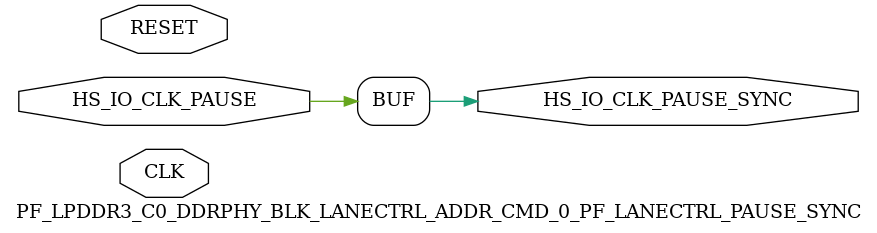
<source format=v>


module PF_LPDDR3_C0_DDRPHY_BLK_LANECTRL_ADDR_CMD_0_PF_LANECTRL_PAUSE_SYNC( CLK, RESET, HS_IO_CLK_PAUSE, HS_IO_CLK_PAUSE_SYNC );
	
	input CLK, RESET, HS_IO_CLK_PAUSE;
	output HS_IO_CLK_PAUSE_SYNC;

	parameter ENABLE_PAUSE_EXTENSION = 2'b00;

	reg pause_reg_0, pause_reg_1, pause;
	wire pause_sync_0_i;

	generate 
		if( ENABLE_PAUSE_EXTENSION == 3'b000 ) begin : feed
			assign HS_IO_CLK_PAUSE_SYNC = HS_IO_CLK_PAUSE;
		end else if( ENABLE_PAUSE_EXTENSION == 3'b001 ) begin : pipe
			(* HS_IO_CLK_PAUSE_SYNC = 1, syn_keep = 1 *) SLE pause_sync_0(
				.CLK( CLK ),
				.D( HS_IO_CLK_PAUSE ),
				.Q( pause_sync_0_i ),
				.LAT( 1'b0 ),
				.EN( 1'b1 ),
				.ALn( ~RESET ),
				.ADn( 1'b1 ),
				.SLn( 1'b1 ),
				.SD( 1'b0 )
				);

			(* HS_IO_CLK_PAUSE_SYNC = 1, syn_keep = 1 *) SLE pause_sync (
				.CLK( CLK ),
				.D( pause_sync_0_i ),
				.Q( HS_IO_CLK_PAUSE_SYNC ),
				.LAT( 1'b0 ),
				.EN( 1'b1 ),
				.ALn( ~RESET ),
				.ADn( 1'b1 ),
				.SLn( 1'b1 ),
				.SD( 1'b0 )
				);
		end else if ( ENABLE_PAUSE_EXTENSION == 3'b010 ) begin : ext_pipe
			always @(posedge CLK or posedge RESET) begin : ext
				if( RESET == 1'b1 ) begin
					pause_reg_0 <= 1'b0;
					pause_reg_1 <= 1'b0;
					pause <= 1'b0;
				end else begin
					pause_reg_0 <= HS_IO_CLK_PAUSE;
					pause_reg_1 <= pause_reg_0;
					if( HS_IO_CLK_PAUSE == 1'b0 && pause_reg_0 ==1'b1 && pause_reg_1 == 1'b0 )
						pause <= 1'b1; // Extend by 1 cycle if the pulse is less than a cycle
					else
						pause <= HS_IO_CLK_PAUSE;
				end
			end

			(* HS_IO_CLK_PAUSE_SYNC = 1, syn_keep = 1 *) SLE pause_sync (
				.CLK( CLK ),
				.D( pause ),
				.Q( HS_IO_CLK_PAUSE_SYNC ),
				.LAT( 1'b0 ),
				.EN( 1'b1 ),
				.ALn( ~RESET ),
				.ADn( 1'b1 ),
				.SLn( 1'b1 ),
				.SD( 1'b0 )
				);
		end else if ( ENABLE_PAUSE_EXTENSION == 3'b011 ) begin : pipe_fall 
			(* HS_IO_CLK_PAUSE_SYNC = 1, syn_keep = 1 *) SLE pause_sync_0 (
				.CLK( CLK ),
				.D( HS_IO_CLK_PAUSE ),
				.Q( pause_sync_0_i ),
				.LAT( 1'b0 ),
				.EN( 1'b1 ),
				.ALn( ~RESET ),
				.ADn( 1'b1 ),
				.SLn( 1'b1 ),
				.SD( 1'b0 )
				);

			(* HS_IO_CLK_PAUSE_SYNC = 1, syn_keep = 1 *) SLE pause_sync (
				.CLK( ~CLK ),
				.D( pause_sync_0_i ),
				.Q( HS_IO_CLK_PAUSE_SYNC ),
				.LAT( 1'b0 ),
				.EN( 1'b1 ),
				.ALn( ~RESET ),
				.ADn( 1'b1 ),
				.SLn( 1'b1 ),
				.SD( 1'b0 )
				);
		end else if ( ENABLE_PAUSE_EXTENSION == 3'b100 ) begin : ext_pipe_fall 
			always @(posedge CLK or posedge RESET) begin : ext
				if( RESET == 1'b1 ) begin
					pause_reg_0 <= 1'b0;
					pause_reg_1 <= 1'b0;
					pause <= 1'b0;
				end else begin
					pause_reg_0 <= HS_IO_CLK_PAUSE;
					pause_reg_1 <= pause_reg_0;
					if( HS_IO_CLK_PAUSE == 1'b0 && pause_reg_0 ==1'b1 && pause_reg_1 == 1'b0 )
						pause <= 1'b1; // Extend by 1 cycle if the pulse is less than a cycle
					else
						pause <= HS_IO_CLK_PAUSE;
				end
			end

			(* HS_IO_CLK_PAUSE_SYNC = 1, syn_keep = 1 *) SLE pause_sync (
				.CLK( ~CLK ),
				.D( pause ),
				.Q( HS_IO_CLK_PAUSE_SYNC ),
				.LAT( 1'b0 ),
				.EN( 1'b1 ),
				.ALn( ~RESET ),
				.ADn( 1'b1 ),
				.SLn( 1'b1 ),
				.SD( 1'b0 )
				);
		end
	endgenerate

endmodule
</source>
